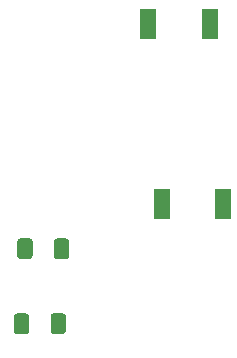
<source format=gbp>
%TF.GenerationSoftware,KiCad,Pcbnew,(5.1.12-1-10_14)*%
%TF.CreationDate,2022-04-14T08:39:32-04:00*%
%TF.ProjectId,Caution_SAO,43617574-696f-46e5-9f53-414f2e6b6963,rev?*%
%TF.SameCoordinates,Original*%
%TF.FileFunction,Paste,Bot*%
%TF.FilePolarity,Positive*%
%FSLAX46Y46*%
G04 Gerber Fmt 4.6, Leading zero omitted, Abs format (unit mm)*
G04 Created by KiCad (PCBNEW (5.1.12-1-10_14)) date 2022-04-14 08:39:32*
%MOMM*%
%LPD*%
G01*
G04 APERTURE LIST*
%ADD10R,1.400000X2.600000*%
G04 APERTURE END LIST*
D10*
%TO.C,D1*%
X117990000Y-125730000D03*
X123190000Y-125730000D03*
%TD*%
%TO.C,D2*%
X122040000Y-110490000D03*
X116840000Y-110490000D03*
%TD*%
%TO.C,R1*%
G36*
G01*
X105750000Y-130165001D02*
X105750000Y-128914999D01*
G75*
G02*
X105999999Y-128665000I249999J0D01*
G01*
X106800001Y-128665000D01*
G75*
G02*
X107050000Y-128914999I0J-249999D01*
G01*
X107050000Y-130165001D01*
G75*
G02*
X106800001Y-130415000I-249999J0D01*
G01*
X105999999Y-130415000D01*
G75*
G02*
X105750000Y-130165001I0J249999D01*
G01*
G37*
G36*
G01*
X108850000Y-130165001D02*
X108850000Y-128914999D01*
G75*
G02*
X109099999Y-128665000I249999J0D01*
G01*
X109900001Y-128665000D01*
G75*
G02*
X110150000Y-128914999I0J-249999D01*
G01*
X110150000Y-130165001D01*
G75*
G02*
X109900001Y-130415000I-249999J0D01*
G01*
X109099999Y-130415000D01*
G75*
G02*
X108850000Y-130165001I0J249999D01*
G01*
G37*
%TD*%
%TO.C,R2*%
G36*
G01*
X108570000Y-136515001D02*
X108570000Y-135264999D01*
G75*
G02*
X108819999Y-135015000I249999J0D01*
G01*
X109620001Y-135015000D01*
G75*
G02*
X109870000Y-135264999I0J-249999D01*
G01*
X109870000Y-136515001D01*
G75*
G02*
X109620001Y-136765000I-249999J0D01*
G01*
X108819999Y-136765000D01*
G75*
G02*
X108570000Y-136515001I0J249999D01*
G01*
G37*
G36*
G01*
X105470000Y-136515001D02*
X105470000Y-135264999D01*
G75*
G02*
X105719999Y-135015000I249999J0D01*
G01*
X106520001Y-135015000D01*
G75*
G02*
X106770000Y-135264999I0J-249999D01*
G01*
X106770000Y-136515001D01*
G75*
G02*
X106520001Y-136765000I-249999J0D01*
G01*
X105719999Y-136765000D01*
G75*
G02*
X105470000Y-136515001I0J249999D01*
G01*
G37*
%TD*%
M02*

</source>
